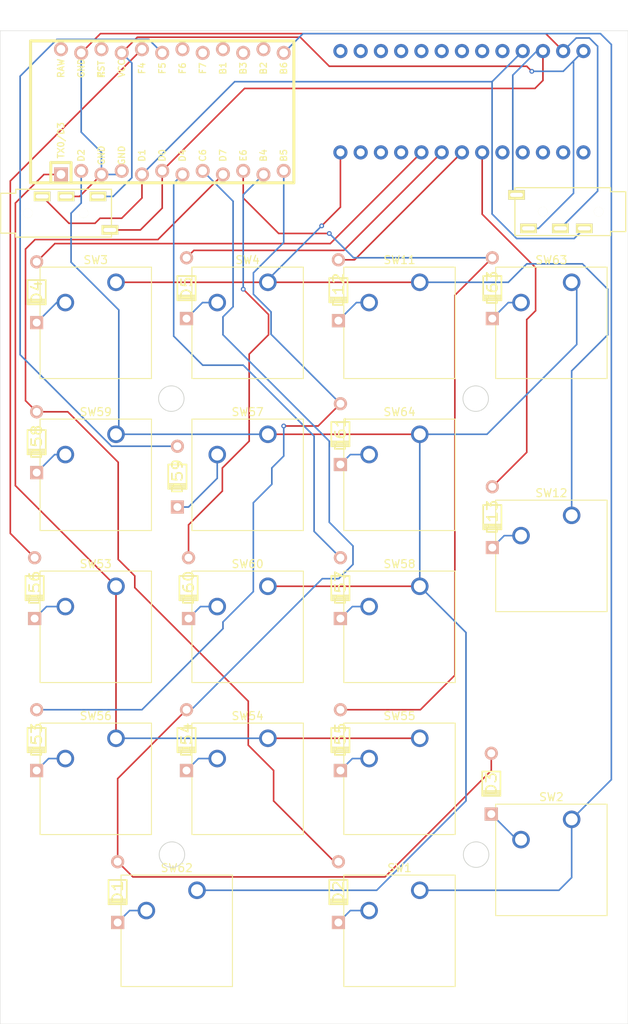
<source format=kicad_pcb>
(kicad_pcb (version 20221018) (generator pcbnew)
  (layers (0 "F.Cu" signal) (31 "B.Cu" signal) (34 "B.Paste" user) (35 "F.Paste" user) (36 "B.SilkS" user "B.Silkscreen") (37 "F.SilkS" user "F.Silkscreen") (38 "B.Mask" user) (39 "F.Mask" user) (44 "Edge.Cuts" user))
  (net 0 "")
  (net 1 "r0")
  (net 2 "r1")
  (net 3 "r2")
  (net 4 "r3")
  (net 5 "VCC")
  (net 6 "GND")
  (net 7 "SCL")
  (net 8 "SDA")
  (net 9 "c0")
  (net 10 "c1")
  (net 11 "c2")
  (net 12 "c3")
  (net 13 "rowD")
  (net 14 "Net-(D1-A)")
  (net 15 "rowE")
  (net 16 "Net-(D2-A)")
  (net 17 "Net-(D3-A)")
  (net 18 "Net-(D4-A)")
  (net 19 "Net-(D5-A)")
  (net 20 "Net-(D12-A)")
  (net 21 "Net-(D13-A)")
  (net 22 "rowB")
  (net 23 "Net-(D53-A)")
  (net 24 "Net-(D54-A)")
  (net 25 "rowF")
  (net 26 "Net-(D55-A)")
  (net 27 "rowH")
  (net 28 "Net-(D56-A)")
  (net 29 "rowC")
  (net 30 "Net-(D57-A)")
  (net 31 "Net-(D58-A)")
  (net 32 "rowG")
  (net 33 "Net-(D59-A)")
  (net 34 "rowA")
  (net 35 "Net-(D60-A)")
  (net 36 "Net-(D61-A)")
  (net 37 "Net-(D63-A)")
  (net 38 "col6")
  (net 39 "col7")
  (net 40 "col5")
  (net 41 "col4")
  (net 42 "col3")
  (net 43 "col2")
  (net 44 "col1")
  (net 45 "col0")
  (footprint "Library:Diode" (layer "F.Cu") (at 55.118 115.57 -90)
    (fp_text reference "D56")
    (fp_text value "D_Small" hide)
  )
  (footprint "Library:Diode" (layer "F.Cu") (at 112.522 106.68 -90)
    (fp_text reference "D13")
    (fp_text value "D_Small" hide)
  )
  (footprint "Button_Switch_Keyboard:SW_Cherry_MX_1.00u_PCB" (layer "F.Cu") (at 122.47325 77.2414)
    (fp_text reference "SW63")
    (fp_text value "KEYSW")
  )
  (footprint "Button_Switch_Keyboard:SW_Cherry_MX_1.00u_PCB" (layer "F.Cu") (at 103.42325 77.2414)
    (fp_text reference "SW11")
    (fp_text value "KEYSW")
  )
  (footprint "Button_Switch_Keyboard:SW_Cherry_MX_1.00u_PCB" (layer "F.Cu") (at 122.47325 106.4514)
    (fp_text reference "SW12")
    (fp_text value "KEYSW")
  )
  (footprint "Library:Diode" (layer "F.Cu") (at 112.522 77.978 -90)
    (fp_text reference "D63")
    (fp_text value "D_Small" hide)
  )
  (footprint "Button_Switch_Keyboard:SW_Cherry_MX_1.00u_PCB" (layer "F.Cu") (at 75.48325 153.4414)
    (fp_text reference "SW62")
    (fp_text value "KEYSW")
  )
  (footprint "1X05_ROUND_70" (layer "F.Cu") (at 118.872 48.26 180)
    (fp_text reference "JP5" hide)
    (fp_text value "")
  )
  (footprint "Button_Switch_Keyboard:SW_Cherry_MX_1.00u_PCB" (layer "F.Cu") (at 103.42325 134.3914)
    (fp_text reference "SW55")
    (fp_text value "KEYSW")
  )
  (footprint "Button_Switch_Keyboard:SW_Cherry_MX_1.00u_PCB" (layer "F.Cu") (at 122.47325 144.5514)
    (fp_text reference "SW2")
    (fp_text value "KEYSW")
  )
  (footprint "Library:Diode" (layer "F.Cu") (at 93.472 96.266 -90)
    (fp_text reference "D61")
    (fp_text value "D_Small" hide)
  )
  (footprint "Button_Switch_Keyboard:SW_Cherry_MX_1.00u_PCB" (layer "F.Cu") (at 84.37325 77.2414)
    (fp_text reference "SW4")
    (fp_text value "KEYSW")
  )
  (footprint "Library:Diode" (layer "F.Cu") (at 93.472 134.62 -90)
    (fp_text reference "D55")
    (fp_text value "D_Small" hide)
  )
  (footprint "1X08_ROUND_70" (layer "F.Cu") (at 102.362 60.96)
    (fp_text reference "JP6" hide)
    (fp_text value "")
  )
  (footprint "Library:Diode" (layer "F.Cu") (at 93.218 153.67 -90)
    (fp_text reference "D2")
    (fp_text value "D_Small" hide)
  )
  (footprint "Button_Switch_Keyboard:SW_Cherry_MX_1.00u_PCB" (layer "F.Cu") (at 65.32325 96.2914)
    (fp_text reference "SW59")
    (fp_text value "KEYSW")
  )
  (footprint "Library:Diode" (layer "F.Cu") (at 55.372 97.282 -90)
    (fp_text reference "D58")
    (fp_text value "D_Small" hide)
  )
  (footprint "Button_Switch_Keyboard:SW_Cherry_MX_1.00u_PCB" (layer "F.Cu") (at 103.42325 115.3414)
    (fp_text reference "SW58")
    (fp_text value "KEYSW")
  )
  (footprint "Button_Switch_Keyboard:SW_Cherry_MX_1.00u_PCB" (layer "F.Cu") (at 65.32325 134.3914)
    (fp_text reference "SW56")
    (fp_text value "KEYSW")
  )
  (footprint "Library:Diode" (layer "F.Cu") (at 65.532 153.67 -90)
    (fp_text reference "D1")
    (fp_text value "D_Small" hide)
  )
  (footprint "Button_Switch_Keyboard:SW_Cherry_MX_1.00u_PCB" (layer "F.Cu") (at 103.42325 96.2914)
    (fp_text reference "SW64")
    (fp_text value "KEYSW")
  )
  (footprint "1X08_ROUND_70" (layer "F.Cu") (at 102.362 48.26 180)
    (fp_text reference "JP2" hide)
    (fp_text value "")
  )
  (footprint "Button_Switch_Keyboard:SW_Cherry_MX_1.00u_PCB" (layer "F.Cu") (at 84.37325 115.3414)
    (fp_text reference "SW60")
    (fp_text value "KEYSW")
  )
  (footprint "Library:Diode" (layer "F.Cu") (at 73.025 101.6 -90)
    (fp_text reference "D59")
    (fp_text value "D_Small" hide)
  )
  (footprint "1X05_ROUND_70" (layer "F.Cu") (at 118.872 60.96 180)
    (fp_text reference "JP1" hide)
    (fp_text value "")
  )
  (footprint "Button_Switch_Keyboard:SW_Cherry_MX_1.00u_PCB" (layer "F.Cu") (at 84.37325 134.3914)
    (fp_text reference "SW54")
    (fp_text value "KEYSW")
  )
  (footprint "Library:TRRS" (layer "F.Cu") (at 127.3575 68.385 -90)
    (fp_text reference "J2" hide)
    (fp_text value "4PIN" hide)
  )
  (footprint "Library:Diode" (layer "F.Cu") (at 93.472 115.57 -90)
    (fp_text reference "D57")
    (fp_text value "D_Small" hide)
  )
  (footprint "Library:Diode" (layer "F.Cu") (at 112.395 140.081 -90)
    (fp_text reference "D3")
    (fp_text value "D_Small" hide)
  )
  (footprint "Library:Diode" (layer "F.Cu") (at 55.372 78.486 -90)
    (fp_text reference "D4")
    (fp_text value "D_Small" hide)
  )
  (footprint "Library:Diode" (layer "F.Cu") (at 74.168 134.62 -90)
    (fp_text reference "D54")
    (fp_text value "D_Small" hide)
  )
  (footprint "Library:Diode" (layer "F.Cu") (at 55.372 134.62 -90)
    (fp_text reference "D53")
    (fp_text value "D_Small" hide)
  )
  (footprint "Library:TRRS" (layer "F.Cu") (at 52.755 68.58 90)
    (fp_text reference "J2" hide)
    (fp_text value "4PIN" hide)
  )
  (footprint "Button_Switch_Keyboard:SW_Cherry_MX_1.00u_PCB" (layer "F.Cu") (at 84.37325 96.2914)
    (fp_text reference "SW57")
    (fp_text value "KEYSW")
  )
  (footprint "Button_Switch_Keyboard:SW_Cherry_MX_1.00u_PCB" (layer "F.Cu") (at 65.32325 115.3414)
    (fp_text reference "SW53")
    (fp_text value "KEYSW")
  )
  (footprint "Button_Switch_Keyboard:SW_Cherry_MX_1.00u_PCB" (layer "F.Cu") (at 65.32325 77.2414)
    (fp_text reference "SW3")
    (fp_text value "KEYSW")
  )
  (footprint "Library:ArduinoProMicro-ZigZag" (layer "F.Cu") (at 72.39 55.88)
    (fp_text reference "U1" hide)
    (fp_text value "ProMicro" hide)
  )
  (footprint "Library:Diode" (layer "F.Cu") (at 93.218 78.232 -90)
    (fp_text reference "D12")
    (fp_text value "D_Small" hide)
  )
  (footprint "Library:Diode" (layer "F.Cu") (at 74.422 115.57 -90)
    (fp_text reference "D60")
    (fp_text value "D_Small" hide)
  )
  (footprint "Button_Switch_Keyboard:SW_Cherry_MX_1.00u_PCB" (layer "F.Cu") (at 103.42325 153.4414)
    (fp_text reference "SW1")
    (fp_text value "KEYSW")
  )
  (footprint "Library:Diode" (layer "F.Cu") (at 74.168 77.978 -90)
    (fp_text reference "D5")
    (fp_text value "D_Small" hide)
  )
  (gr_circle (center 72.263 91.821) (end 73.863 91.821) (stroke (width 0.1)) (fill none) (layer "Edge.Cuts"))
  (gr_circle (center 72.339 148.971) (end 73.939 148.971) (stroke (width 0.1)) (fill none) (layer "Edge.Cuts"))
  (gr_line (start 129.54 45.72) (end 50.8 45.72) (stroke (width 0.05)) (layer "Edge.Cuts"))
  (gr_line (start 129.54 170.18) (end 129.54 45.72) (stroke (width 0.05)) (layer "Edge.Cuts"))
  (gr_circle (center 110.439 91.821) (end 112.039 91.821) (stroke (width 0.1)) (fill none) (layer "Edge.Cuts"))
  (gr_circle (center 110.49 148.971) (end 112.09 148.971) (stroke (width 0.1)) (fill none) (layer "Edge.Cuts"))
  (gr_line (start 50.8 45.72) (end 50.8 170.18) (stroke (width 0.05)) (layer "Edge.Cuts"))
  (gr_line (start 50.8 170.18) (end 129.54 170.18) (stroke (width 0.05)) (layer "Edge.Cuts"))
  (segment (start 55.372 74.676) (end 57.658 72.39) (width 0.2) (layer "F.Cu") (net 1))
  (segment (start 57.658 72.39) (end 92.202 72.39) (width 0.2) (layer "F.Cu") (net 1))
  (segment (start 92.202 72.39) (end 103.632 60.96) (width 0.2) (layer "F.Cu") (net 1))
  (segment (start 74.168 74.168) (end 75.0935 73.2425) (width 0.2) (layer "F.Cu") (net 2))
  (segment (start 93.8895 73.2425) (end 106.172 60.96) (width 0.2) (layer "F.Cu") (net 2))
  (segment (start 75.0935 73.2425) (end 93.8895 73.2425) (width 0.2) (layer "F.Cu") (net 2))
  (segment (start 93.218 74.422) (end 95.25 74.422) (width 0.2) (layer "F.Cu") (net 3))
  (segment (start 95.25 74.422) (end 108.712 60.96) (width 0.2) (layer "F.Cu") (net 3))
  (segment (start 112.522 102.87) (end 116.84 98.552) (width 0.2) (layer "F.Cu") (net 4))
  (segment (start 116.84 98.552) (end 116.84 81.915) (width 0.2) (layer "F.Cu") (net 4))
  (segment (start 111.252 68.707) (end 111.252 60.96) (width 0.2) (layer "F.Cu") (net 4))
  (segment (start 117.952648 75.407648) (end 111.252 68.707) (width 0.2) (layer "F.Cu") (net 4))
  (segment (start 116.84 81.915) (end 117.952648 80.802352) (width 0.2) (layer "F.Cu") (net 4))
  (segment (start 117.952648 80.802352) (end 117.952648 75.407648) (width 0.2) (layer "F.Cu") (net 4))
  (segment (start 92.075 50.165) (end 116.84 50.165) (width 0.2) (layer "F.Cu") (net 5))
  (segment (start 88.438 46.528) (end 92.075 50.165) (width 0.2) (layer "F.Cu") (net 5))
  (segment (start 68.0006 46.528) (end 88.438 46.528) (width 0.2) (layer "F.Cu") (net 5))
  (segment (start 116.84 50.165) (end 117.475 50.8) (width 0.2) (layer "F.Cu") (net 5))
  (segment (start 66.04 48.4886) (end 68.0006 46.528) (width 0.2) (layer "F.Cu") (net 5))
  (via (at 117.475 50.8) (size 0.6) (drill 0.3) (layers "F.Cu" "B.Cu") (net 5))
  (segment (start 67.31 49.7586) (end 67.31 64.135) (width 0.2) (layer "B.Cu") (net 5))
  (segment (start 67.31 64.135) (end 64.965 66.48) (width 0.2) (layer "B.Cu") (net 5))
  (segment (start 66.04 48.4886) (end 67.31 49.7586) (width 0.2) (layer "B.Cu") (net 5))
  (segment (start 64.965 66.48) (end 63.055 66.48) (width 0.2) (layer "B.Cu") (net 5))
  (segment (start 122.709 49.503) (end 123.952 48.26) (width 0.2) (layer "B.Cu") (net 5))
  (segment (start 121.412 50.8) (end 122.709 49.503) (width 0.2) (layer "B.Cu") (net 5))
  (segment (start 117.0575 70.485) (end 118.3075 70.485) (width 0.2) (layer "B.Cu") (net 5))
  (segment (start 122.709 66.0835) (end 122.709 49.503) (width 0.2) (layer "B.Cu") (net 5))
  (segment (start 118.3075 70.485) (end 122.709 66.0835) (width 0.2) (layer "B.Cu") (net 5))
  (segment (start 117.475 50.8) (end 121.412 50.8) (width 0.2) (layer "B.Cu") (net 5))
  (segment (start 60.7486 66.48) (end 59.055 66.48) (width 0.2) (layer "F.Cu") (net 6))
  (segment (start 63.3746 46.074) (end 119.226 46.074) (width 0.2) (layer "F.Cu") (net 6))
  (segment (start 63.5 63.7286) (end 60.7486 66.48) (width 0.2) (layer "F.Cu") (net 6))
  (segment (start 60.96 48.4886) (end 63.3746 46.074) (width 0.2) (layer "F.Cu") (net 6))
  (segment (start 119.226 46.074) (end 121.412 48.26) (width 0.2) (layer "F.Cu") (net 6))
  (segment (start 60.96 48.4886) (end 60.96 58.42) (width 0.2) (layer "B.Cu") (net 6))
  (segment (start 63.5 63.7286) (end 65.5828 63.7286) (width 0.2) (layer "B.Cu") (net 6))
  (segment (start 63.5 60.96) (end 63.5 63.7286) (width 0.2) (layer "B.Cu") (net 6))
  (segment (start 125.73 65.8125) (end 125.73 47.655687) (width 0.2) (layer "B.Cu") (net 6))
  (segment (start 121.0575 70.485) (end 125.73 65.8125) (width 0.2) (layer "B.Cu") (net 6))
  (segment (start 125.73 47.655687) (end 124.697015 46.622702) (width 0.2) (layer "B.Cu") (net 6))
  (segment (start 60.96 58.42) (end 63.5 60.96) (width 0.2) (layer "B.Cu") (net 6))
  (segment (start 65.5828 63.7286) (end 66.04 63.2714) (width 0.2) (layer "B.Cu") (net 6))
  (segment (start 123.049298 46.622702) (end 121.412 48.26) (width 0.2) (layer "B.Cu") (net 6))
  (segment (start 124.697015 46.622702) (end 123.049298 46.622702) (width 0.2) (layer "B.Cu") (net 6))
  (segment (start 71.12 67.945) (end 68.385 70.68) (width 0.2) (layer "F.Cu") (net 7))
  (segment (start 71.12 63.2714) (end 71.12 67.945) (width 0.2) (layer "F.Cu") (net 7))
  (segment (start 68.385 70.68) (end 64.555 70.68) (width 0.2) (layer "F.Cu") (net 7))
  (segment (start 81.447404 52.943996) (end 71.12 63.2714) (width 0.2) (layer "F.Cu") (net 7))
  (segment (start 118.872 51.943) (end 117.871004 52.943996) (width 0.2) (layer "F.Cu") (net 7))
  (segment (start 118.872 48.26) (end 118.872 51.943) (width 0.2) (layer "F.Cu") (net 7))
  (segment (start 117.871004 52.943996) (end 81.447404 52.943996) (width 0.2) (layer "F.Cu") (net 7))
  (segment (start 115.089 65.8165) (end 115.089 51.281) (width 0.2) (layer "B.Cu") (net 7))
  (segment (start 115.5575 66.285) (end 115.089 65.8165) (width 0.2) (layer "B.Cu") (net 7))
  (segment (start 115.089 51.281) (end 118.11 48.26) (width 0.2) (layer "B.Cu") (net 7))
  (segment (start 118.11 48.26) (end 118.872 48.26) (width 0.2) (layer "B.Cu") (net 7))
  (segment (start 62.6905 69.85) (end 59.425 69.85) (width 0.2) (layer "F.Cu") (net 8))
  (segment (start 68.58 66.675) (end 66.04 69.215) (width 0.2) (layer "F.Cu") (net 8))
  (segment (start 59.425 69.85) (end 56.055 66.48) (width 0.2) (layer "F.Cu") (net 8))
  (segment (start 66.04 69.215) (end 63.3255 69.215) (width 0.2) (layer "F.Cu") (net 8))
  (segment (start 68.58 63.7286) (end 68.58 66.675) (width 0.2) (layer "F.Cu") (net 8))
  (segment (start 63.3255 69.215) (end 62.6905 69.85) (width 0.2) (layer "F.Cu") (net 8))
  (segment (start 124.0575 70.485) (end 122.7875 71.755) (width 0.2) (layer "B.Cu") (net 8))
  (segment (start 112.495 52.097) (end 80.2116 52.097) (width 0.2) (layer "B.Cu") (net 8))
  (segment (start 122.7875 71.755) (end 115.57 71.755) (width 0.2) (layer "B.Cu") (net 8))
  (segment (start 80.2116 52.097) (end 68.58 63.7286) (width 0.2) (layer "B.Cu") (net 8))
  (segment (start 112.495 68.68) (end 112.495 52.097) (width 0.2) (layer "B.Cu") (net 8))
  (segment (start 112.495 52.097) (end 116.332 48.26) (width 0.2) (layer "B.Cu") (net 8))
  (segment (start 115.57 71.755) (end 112.495 68.68) (width 0.2) (layer "B.Cu") (net 8))
  (segment (start 93.472 67.818) (end 93.472 60.96) (width 0.2) (layer "F.Cu") (net 9))
  (segment (start 84.37325 77.2414) (end 103.42325 77.2414) (width 0.2) (layer "F.Cu") (net 9))
  (segment (start 65.32325 77.2414) (end 84.37325 77.2414) (width 0.2) (layer "F.Cu") (net 9))
  (segment (start 91.1225 70.1675) (end 93.472 67.818) (width 0.2) (layer "F.Cu") (net 9))
  (via (at 91.1225 70.1675) (size 0.6) (drill 0.3) (layers "F.Cu" "B.Cu") (net 9))
  (segment (start 84.37325 76.91675) (end 84.37325 77.2414) (width 0.2) (layer "B.Cu") (net 9))
  (segment (start 103.42325 77.2414) (end 114.5286 77.2414) (width 0.2) (layer "B.Cu") (net 9))
  (segment (start 127 83.82) (end 122.47325 88.34675) (width 0.2) (layer "B.Cu") (net 9))
  (segment (start 123.825 74.93) (end 127 78.105) (width 0.2) (layer "B.Cu") (net 9))
  (segment (start 122.47325 88.34675) (end 122.47325 106.4514) (width 0.2) (layer "B.Cu") (net 9))
  (segment (start 91.1225 70.1675) (end 84.37325 76.91675) (width 0.2) (layer "B.Cu") (net 9))
  (segment (start 116.84 74.93) (end 123.825 74.93) (width 0.2) (layer "B.Cu") (net 9))
  (segment (start 114.5286 77.2414) (end 116.84 74.93) (width 0.2) (layer "B.Cu") (net 9))
  (segment (start 127 78.105) (end 127 83.82) (width 0.2) (layer "B.Cu") (net 9))
  (segment (start 112.395 138.43) (end 112.395 136.271) (width 0.2) (layer "F.Cu") (net 13))
  (segment (start 65.532 149.86) (end 65.532 139.446) (width 0.2) (layer "F.Cu") (net 13))
  (segment (start 65.532 149.86) (end 67.437 151.765) (width 0.2) (layer "F.Cu") (net 13))
  (segment (start 67.437 151.765) (end 99.06 151.765) (width 0.2) (layer "F.Cu") (net 13))
  (segment (start 99.06 151.765) (end 112.395 138.43) (width 0.2) (layer "F.Cu") (net 13))
  (segment (start 65.532 139.446) (end 74.168 130.81) (width 0.2) (layer "F.Cu") (net 13))
  (segment (start 80.01 67.0814) (end 80.01 80.305888) (width 0.2) (layer "B.Cu") (net 13))
  (segment (start 95.047717 110.287717) (end 95.047717 112.597283) (width 0.2) (layer "B.Cu") (net 13))
  (segment (start 95.047717 112.597283) (end 93.259137 114.385863) (width 0.2) (layer "B.Cu") (net 13))
  (segment (start 76.2 63.2714) (end 80.01 67.0814) (width 0.2) (layer "B.Cu") (net 13))
  (segment (start 92.075 97.155) (end 92.075 107.315) (width 0.2) (layer "B.Cu") (net 13))
  (segment (start 78.74 83.82) (end 92.075 97.155) (width 0.2) (layer "B.Cu") (net 13))
  (segment (start 93.259137 114.385863) (end 91.197846 114.385863) (width 0.2) (layer "B.Cu") (net 13))
  (segment (start 92.075 107.315) (end 95.047717 110.287717) (width 0.2) (layer "B.Cu") (net 13))
  (segment (start 74.773709 130.81) (end 74.168 130.81) (width 0.2) (layer "B.Cu") (net 13))
  (segment (start 91.197846 114.385863) (end 74.773709 130.81) (width 0.2) (layer "B.Cu") (net 13))
  (segment (start 78.74 81.575888) (end 78.74 83.82) (width 0.2) (layer "B.Cu") (net 13))
  (segment (start 80.01 80.305888) (end 78.74 81.575888) (width 0.2) (layer "B.Cu") (net 13))
  (segment (start 67.0306 155.9814) (end 65.532 157.48) (width 0.2) (layer "B.Cu") (net 14))
  (segment (start 69.13325 155.9814) (end 67.0306 155.9814) (width 0.2) (layer "B.Cu") (net 14))
  (segment (start 78.74 63.7286) (end 70.582863 71.885737) (width 0.2) (layer "F.Cu") (net 15))
  (segment (start 53.975 92.075) (end 55.372 93.472) (width 0.2) (layer "F.Cu") (net 15))
  (segment (start 81.915 129.742589) (end 81.915 135.255) (width 0.2) (layer "F.Cu") (net 15))
  (segment (start 55.169231 71.885737) (end 53.975 73.079968) (width 0.2) (layer "F.Cu") (net 15))
  (segment (start 81.915 135.255) (end 85.09 138.43) (width 0.2) (layer "F.Cu") (net 15))
  (segment (start 55.372 93.472) (end 59.275 93.472) (width 0.2) (layer "F.Cu") (net 15))
  (segment (start 65.600273 111.967441) (end 67.680266 114.047434) (width 0.2) (layer "F.Cu") (net 15))
  (segment (start 67.680266 114.047434) (end 67.680266 115.507855) (width 0.2) (layer "F.Cu") (net 15))
  (segment (start 85.09 138.43) (end 85.09 142.24) (width 0.2) (layer "F.Cu") (net 15))
  (segment (start 85.09 142.24) (end 92.71 149.86) (width 0.2) (layer "F.Cu") (net 15))
  (segment (start 65.600273 99.797273) (end 65.600273 111.967441) (width 0.2) (layer "F.Cu") (net 15))
  (segment (start 59.275 93.472) (end 65.600273 99.797273) (width 0.2) (layer "F.Cu") (net 15))
  (segment (start 67.680266 115.507855) (end 81.915 129.742589) (width 0.2) (layer "F.Cu") (net 15))
  (segment (start 70.582863 71.885737) (end 55.169231 71.885737) (width 0.2) (layer "F.Cu") (net 15))
  (segment (start 92.71 149.86) (end 93.218 149.86) (width 0.2) (layer "F.Cu") (net 15))
  (segment (start 53.975 73.079968) (end 53.975 92.075) (width 0.2) (layer "F.Cu") (net 15))
  (segment (start 97.07325 155.9814) (end 94.7166 155.9814) (width 0.2) (layer "B.Cu") (net 16))
  (segment (start 94.7166 155.9814) (end 93.218 157.48) (width 0.2) (layer "B.Cu") (net 16))
  (segment (start 115.5954 147.0914) (end 112.395 143.891) (width 0.2) (layer "B.Cu") (net 17))
  (segment (start 116.12325 147.0914) (end 115.5954 147.0914) (width 0.2) (layer "B.Cu") (net 17))
  (segment (start 57.8866 79.7814) (end 55.372 82.296) (width 0.2) (layer "B.Cu") (net 18))
  (segment (start 58.97325 79.7814) (end 57.8866 79.7814) (width 0.2) (layer "B.Cu") (net 18))
  (segment (start 76.1746 79.7814) (end 74.168 81.788) (width 0.2) (layer "B.Cu") (net 19))
  (segment (start 78.02325 79.7814) (end 76.1746 79.7814) (width 0.2) (layer "B.Cu") (net 19))
  (segment (start 95.4786 79.7814) (end 93.218 82.042) (width 0.2) (layer "B.Cu") (net 20))
  (segment (start 97.07325 79.7814) (end 95.4786 79.7814) (width 0.2) (layer "B.Cu") (net 20))
  (segment (start 114.0206 108.9914) (end 112.522 110.49) (width 0.2) (layer "B.Cu") (net 21))
  (segment (start 116.12325 108.9914) (end 114.0206 108.9914) (width 0.2) (layer "B.Cu") (net 21))
  (segment (start 90.678 95.25) (end 86.36 95.25) (width 0.2) (layer "F.Cu") (net 22))
  (segment (start 93.472 92.456) (end 90.678 95.25) (width 0.2) (layer "F.Cu") (net 22))
  (via (at 86.36 95.25) (size 0.6) (drill 0.3) (layers "F.Cu" "B.Cu") (net 22))
  (segment (start 78.74 119.814457) (end 82.55 116.004457) (width 0.2) (layer "B.Cu") (net 22))
  (segment (start 55.372 130.81) (end 68.58 130.81) (width 0.2) (layer "B.Cu") (net 22))
  (segment (start 84.869196 102.552629) (end 84.869196 100.507058) (width 0.2) (layer "B.Cu") (net 22))
  (segment (start 84.869196 100.507058) (end 86.36 99.016254) (width 0.2) (layer "B.Cu") (net 22))
  (segment (start 78.74 120.65) (end 78.74 119.814457) (width 0.2) (layer "B.Cu") (net 22))
  (segment (start 93.472 92.456) (end 84.772222 83.756222) (width 0.2) (layer "B.Cu") (net 22))
  (segment (start 82.55 104.871825) (end 84.869196 102.552629) (width 0.2) (layer "B.Cu") (net 22))
  (segment (start 84.772222 80.950851) (end 82.559464 78.738093) (width 0.2) (layer "B.Cu") (net 22))
  (segment (start 82.559464 78.738093) (end 82.559464 76.05328) (width 0.2) (layer "B.Cu") (net 22))
  (segment (start 86.36 99.016254) (end 86.36 95.25) (width 0.2) (layer "B.Cu") (net 22))
  (segment (start 68.58 130.81) (end 78.74 120.65) (width 0.2) (layer "B.Cu") (net 22))
  (segment (start 84.772222 83.756222) (end 84.772222 80.950851) (width 0.2) (layer "B.Cu") (net 22))
  (segment (start 82.559464 76.05328) (end 86.36 72.252744) (width 0.2) (layer "B.Cu") (net 22))
  (segment (start 82.55 116.004457) (end 82.55 104.871825) (width 0.2) (layer "B.Cu") (net 22))
  (segment (start 86.36 72.252744) (end 86.36 63.2714) (width 0.2) (layer "B.Cu") (net 22))
  (segment (start 56.8706 136.9314) (end 55.372 138.43) (width 0.2) (layer "B.Cu") (net 23))
  (segment (start 58.97325 136.9314) (end 56.8706 136.9314) (width 0.2) (layer "B.Cu") (net 23))
  (segment (start 78.02325 136.9314) (end 75.6666 136.9314) (width 0.2) (layer "B.Cu") (net 24))
  (segment (start 75.6666 136.9314) (end 74.168 138.43) (width 0.2) (layer "B.Cu") (net 24))
  (segment (start 107.823 126.492) (end 107.823 78.867) (width 0.2) (layer "F.Cu") (net 25))
  (segment (start 81.28 66.675) (end 85.725 71.12) (width 0.2) (layer "F.Cu") (net 25))
  (segment (start 85.725 71.12) (end 92.075 71.12) (width 0.2) (layer "F.Cu") (net 25))
  (segment (start 81.28 63.5) (end 81.28 66.675) (width 0.2) (layer "F.Cu") (net 25))
  (segment (start 93.472 130.81) (end 103.505 130.81) (width 0.2) (layer "F.Cu") (net 25))
  (segment (start 81.28 63.2714) (end 81.28 63.5) (width 0.2) (layer "F.Cu") (net 25))
  (segment (start 107.823 78.867) (end 112.522 74.168) (width 0.2) (layer "F.Cu") (net 25))
  (segment (start 103.505 130.81) (end 107.823 126.492) (width 0.2) (layer "F.Cu") (net 25))
  (via (at 92.075 71.12) (size 0.6) (drill 0.3) (layers "F.Cu" "B.Cu") (net 25))
  (segment (start 95.123 74.168) (end 92.075 71.12) (width 0.2) (layer "B.Cu") (net 25))
  (segment (start 112.522 74.168) (end 95.123 74.168) (width 0.2) (layer "B.Cu") (net 25))
  (segment (start 94.9706 136.9314) (end 93.472 138.43) (width 0.2) (layer "B.Cu") (net 26))
  (segment (start 97.07325 136.9314) (end 94.9706 136.9314) (width 0.2) (layer "B.Cu") (net 26))
  (segment (start 68.58 48.0314) (end 52.07 64.5414) (width 0.2) (layer "F.Cu") (net 27))
  (segment (start 52.07 64.5414) (end 52.07 108.712) (width 0.2) (layer "F.Cu") (net 27))
  (segment (start 52.07 108.712) (end 55.118 111.76) (width 0.2) (layer "F.Cu") (net 27))
  (segment (start 56.6166 117.8814) (end 55.118 119.38) (width 0.2) (layer "B.Cu") (net 28))
  (segment (start 58.97325 117.8814) (end 56.6166 117.8814) (width 0.2) (layer "B.Cu") (net 28))
  (segment (start 72.557677 64.830923) (end 72.557677 83.987677) (width 0.2) (layer "B.Cu") (net 29))
  (segment (start 73.66 63.7286) (end 72.557677 64.830923) (width 0.2) (layer "B.Cu") (net 29))
  (segment (start 72.557677 83.987677) (end 76.2 87.63) (width 0.2) (layer "B.Cu") (net 29))
  (segment (start 90.17 96.52) (end 90.17 108.458) (width 0.2) (layer "B.Cu") (net 29))
  (segment (start 76.2 87.63) (end 81.28 87.63) (width 0.2) (layer "B.Cu") (net 29))
  (segment (start 81.28 87.63) (end 90.17 96.52) (width 0.2) (layer "B.Cu") (net 29))
  (segment (start 90.17 108.458) (end 93.472 111.76) (width 0.2) (layer "B.Cu") (net 29))
  (segment (start 94.9706 117.8814) (end 93.472 119.38) (width 0.2) (layer "B.Cu") (net 30))
  (segment (start 97.07325 117.8814) (end 94.9706 117.8814) (width 0.2) (layer "B.Cu") (net 30))
  (segment (start 57.6326 98.8314) (end 55.372 101.092) (width 0.2) (layer "B.Cu") (net 31))
  (segment (start 58.97325 98.8314) (end 57.6326 98.8314) (width 0.2) (layer "B.Cu") (net 31))
  (segment (start 53.301 86.325417) (end 53.301 51.410493) (width 0.2) (layer "B.Cu") (net 32))
  (segment (start 53.301 51.410493) (end 57.910393 46.8011) (width 0.2) (layer "B.Cu") (net 32))
  (segment (start 57.910393 46.8011) (end 69.4325 46.8011) (width 0.2) (layer "B.Cu") (net 32))
  (segment (start 69.4325 46.8011) (end 71.12 48.4886) (width 0.2) (layer "B.Cu") (net 32))
  (segment (start 64.765583 97.79) (end 53.301 86.325417) (width 0.2) (layer "B.Cu") (net 32))
  (segment (start 73.025 97.79) (end 64.765583 97.79) (width 0.2) (layer "B.Cu") (net 32))
  (segment (start 78.02325 98.8314) (end 78.02325 101.804113) (width 0.2) (layer "B.Cu") (net 33))
  (segment (start 78.02325 101.804113) (end 74.417363 105.41) (width 0.2) (layer "B.Cu") (net 33))
  (segment (start 74.417363 105.41) (end 73.025 105.41) (width 0.2) (layer "B.Cu") (net 33))
  (segment (start 82.028402 97.148239) (end 82.028402 86.246598) (width 0.2) (layer "F.Cu") (net 34))
  (segment (start 84.455 81.28) (end 81.28 78.105) (width 0.2) (layer "F.Cu") (net 34))
  (segment (start 74.422 111.76) (end 74.422 107.645978) (width 0.2) (layer "F.Cu") (net 34))
  (segment (start 84.455 83.82) (end 84.455 81.28) (width 0.2) (layer "F.Cu") (net 34))
  (segment (start 78.66501 100.511631) (end 82.028402 97.148239) (width 0.2) (layer "F.Cu") (net 34))
  (segment (start 78.66501 103.402968) (end 78.66501 100.511631) (width 0.2) (layer "F.Cu") (net 34))
  (segment (start 74.422 107.645978) (end 78.66501 103.402968) (width 0.2) (layer "F.Cu") (net 34))
  (segment (start 82.028402 86.246598) (end 84.455 83.82) (width 0.2) (layer "F.Cu") (net 34))
  (via (at 81.28 78.105) (size 0.6) (drill 0.3) (layers "F.Cu" "B.Cu") (net 34))
  (segment (start 81.28 66.2686) (end 81.28 78.105) (width 0.2) (layer "B.Cu") (net 34))
  (segment (start 83.82 63.7286) (end 81.28 66.2686) (width 0.2) (layer "B.Cu") (net 34))
  (segment (start 78.02325 117.8814) (end 75.9206 117.8814) (width 0.2) (layer "B.Cu") (net 35))
  (segment (start 75.9206 117.8814) (end 74.422 119.38) (width 0.2) (layer "B.Cu") (net 35))
  (segment (start 94.7166 98.8314) (end 93.472 100.076) (width 0.2) (layer "B.Cu") (net 36))
  (segment (start 97.07325 98.8314) (end 94.7166 98.8314) (width 0.2) (layer "B.Cu") (net 36))
  (segment (start 116.12325 79.7814) (end 114.5286 79.7814) (width 0.2) (layer "B.Cu") (net 37))
  (segment (start 114.5286 79.7814) (end 112.522 81.788) (width 0.2) (layer "B.Cu") (net 37))
  (segment (start 52.705 102.72315) (end 65.32325 115.3414) (width 0.2) (layer "F.Cu") (net 38))
  (segment (start 52.705 67.31) (end 52.705 102.72315) (width 0.2) (layer "F.Cu") (net 38))
  (segment (start 56.2864 63.7286) (end 52.705 67.31) (width 0.2) (layer "F.Cu") (net 38))
  (segment (start 103.42325 134.3914) (end 84.37325 134.3914) (width 0.2) (layer "F.Cu") (net 38))
  (segment (start 58.42 63.7286) (end 56.2864 63.7286) (width 0.2) (layer "F.Cu") (net 38))
  (segment (start 65.32325 115.3414) (end 65.32325 134.3914) (width 0.2) (layer "F.Cu") (net 38))
  (segment (start 84.37325 134.3914) (end 65.32325 134.3914) (width 0.2) (layer "B.Cu") (net 38))
  (segment (start 103.42325 115.3414) (end 84.37325 115.3414) (width 0.2) (layer "F.Cu") (net 39))
  (segment (start 103.42325 96.2914) (end 84.37325 96.2914) (width 0.2) (layer "F.Cu") (net 39))
  (segment (start 84.37325 96.2914) (end 65.32325 96.2914) (width 0.2) (layer "B.Cu") (net 39))
  (segment (start 111.8487 96.2914) (end 123.108007 85.032093) (width 0.2) (layer "B.Cu") (net 39))
  (segment (start 60.96 67.31) (end 60.96 63.2714) (width 0.2) (layer "B.Cu") (net 39))
  (segment (start 75.48325 153.4414) (end 98.0186 153.4414) (width 0.2) (layer "B.Cu") (net 39))
  (segment (start 103.42325 96.2914) (end 103.42325 115.3414) (width 0.2) (layer "B.Cu") (net 39))
  (segment (start 109.22 142.24) (end 109.22 121.13815) (width 0.2) (layer "B.Cu") (net 39))
  (segment (start 59.69 74.725737) (end 59.69 68.58) (width 0.2) (layer "B.Cu") (net 39))
  (segment (start 65.32325 96.2914) (end 65.674153 95.940497) (width 0.2) (layer "B.Cu") (net 39))
  (segment (start 123.108007 85.032093) (end 123.108007 77.876157) (width 0.2) (layer "B.Cu") (net 39))
  (segment (start 123.108007 77.876157) (end 122.47325 77.2414) (width 0.2) (layer "B.Cu") (net 39))
  (segment (start 65.674153 95.940497) (end 65.674153 80.70989) (width 0.2) (layer "B.Cu") (net 39))
  (segment (start 103.42325 96.2914) (end 111.8487 96.2914) (width 0.2) (layer "B.Cu") (net 39))
  (segment (start 109.22 121.13815) (end 103.42325 115.3414) (width 0.2) (layer "B.Cu") (net 39))
  (segment (start 98.0186 153.4414) (end 109.22 142.24) (width 0.2) (layer "B.Cu") (net 39))
  (segment (start 65.674153 80.70989) (end 59.69 74.725737) (width 0.2) (layer "B.Cu") (net 39))
  (segment (start 59.69 68.58) (end 60.96 67.31) (width 0.2) (layer "B.Cu") (net 39))
  (segment (start 122.47325 144.5514) (end 127.454 139.57065) (width 0.2) (layer "B.Cu") (net 40))
  (segment (start 127.454 139.57065) (end 127.454 47.444) (width 0.2) (layer "B.Cu") (net 40))
  (segment (start 126.084 46.074) (end 88.7746 46.074) (width 0.2) (layer "B.Cu") (net 40))
  (segment (start 127.454 47.444) (end 126.084 46.074) (width 0.2) (layer "B.Cu") (net 40))
  (segment (start 122.47325 151.84675) (end 122.47325 144.5514) (width 0.2) (layer "B.Cu") (net 40))
  (segment (start 120.8786 153.4414) (end 122.47325 151.84675) (width 0.2) (layer "B.Cu") (net 40))
  (segment (start 103.42325 153.4414) (end 120.8786 153.4414) (width 0.2) (layer "B.Cu") (net 40))
  (segment (start 88.7746 46.074) (end 86.36 48.4886) (width 0.2) (layer "B.Cu") (net 40))
)
</source>
